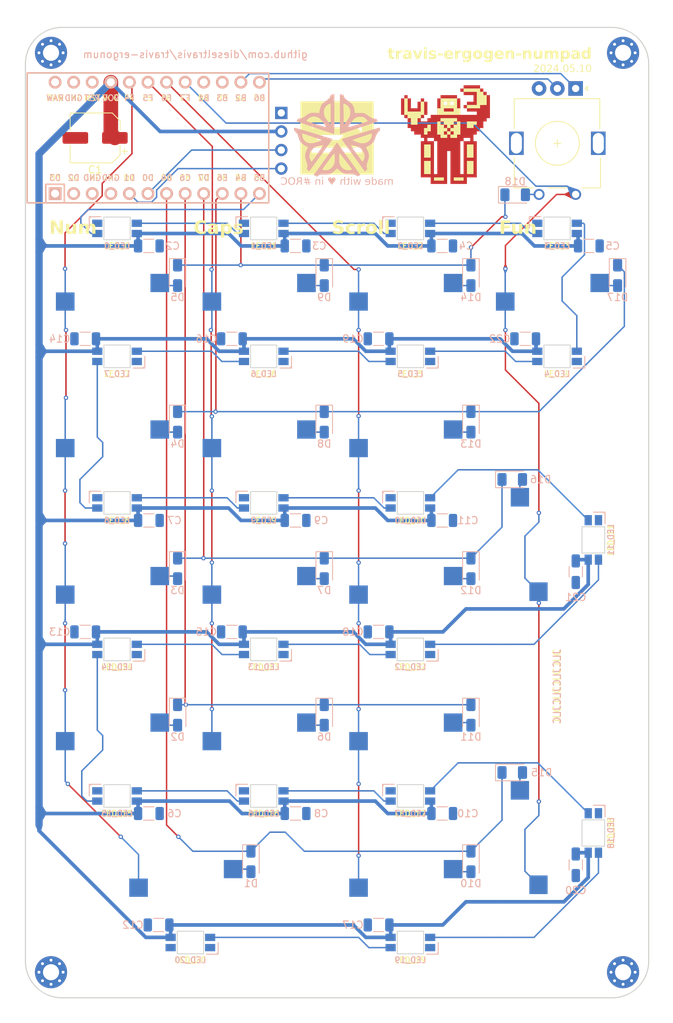
<source format=kicad_pcb>
(kicad_pcb (version 20240108) (generator "pcbnew") (generator_version "8.0")
  (title_block (title "travis_num2024") (date "2024-05-16") (rev "2024.05.10") (company "Travis Hardiman"))
  (layers (0 "F.Cu" signal) (31 "B.Cu" signal) (34 "B.Paste" user) (35 "F.Paste" user) (36 "B.SilkS" user "B.Silkscreen") (37 "F.SilkS" user "F.Silkscreen") (38 "B.Mask" user) (39 "F.Mask" user) (44 "Edge.Cuts" user))
  (net 0 "")
  (net 1 "D3")
  (net 2 "D2")
  (net 3 "GND")
  (net 4 "sda")
  (net 5 "scl")
  (net 6 "row0")
  (net 7 "row1")
  (net 8 "row2")
  (net 9 "row3")
  (net 10 "row4")
  (net 11 "LED_0")
  (net 12 "encC")
  (net 13 "encA")
  (net 14 "B3")
  (net 15 "B1")
  (net 16 "col3")
  (net 17 "col2")
  (net 18 "col1")
  (net 19 "col0")
  (net 20 "VCC")
  (net 21 "RST")
  (net 22 "RAW")
  (net 23 "LED_1")
  (net 24 "LED_2")
  (net 25 "LED_3")
  (net 26 "LED_4")
  (net 27 "matrix_col0_row0")
  (net 28 "matrix_col0_row1")
  (net 29 "matrix_col0_row2")
  (net 30 "matrix_col0_row3")
  (net 31 "matrix_col0_row4")
  (net 32 "matrix_col1_row1")
  (net 33 "matrix_col1_row2")
  (net 34 "matrix_col1_row3")
  (net 35 "matrix_col1_row4")
  (net 36 "matrix_col2_row0")
  (net 37 "matrix_col2_row1")
  (net 38 "matrix_col2_row2")
  (net 39 "matrix_col2_row3")
  (net 40 "matrix_col2_row4")
  (net 41 "matrix_col3_row0")
  (net 42 "matrix_col3_row2")
  (net 43 "matrix_col3_row4")
  (net 44 "LED_16")
  (net 45 "LED_15")
  (net 46 "LED_9")
  (net 47 "LED_8")
  (net 48 "LED_17")
  (net 49 "LED_10")
  (net 50 "LED_18")
  (net 51 "LED_11")
  (net 52 "LED_20")
  (net 53 "LED_14")
  (net 54 "LED_7")
  (net 55 "LED_13")
  (net 56 "LED_6")
  (net 57 "LED_19")
  (net 58 "LED_12")
  (net 59 "LED_5")
  (net 60 "enc_to")
  (footprint "travis:MX" (layer "F.Cu") (at 40 139.85)
    (property "Reference" "S4" (hide yes))
    (property "Value" "Kailh MX Switch Sockets" (hide yes))
  )
  (footprint "travis:MX" (layer "F.Cu") (at 100.15 119.8)
    (property "Reference" "S17" (hide yes))
    (property "Value" "Kailh MX Switch Sockets" (hide yes))
  )
  (footprint "travis:MountingHole_2.2mm_M2_Pad_Via" (layer "F.Cu") (at 30.975 209.025)
    (property "Reference" "HOLE4" (hide yes))
    (property "Value" "")
  )
  (footprint "travis:MX" (layer "F.Cu") (at 40 179.95)
    (property "Reference" "S2" (hide yes))
    (property "Value" "Kailh MX Switch Sockets" (hide yes))
  )
  (footprint "travis:MX" (layer "F.Cu") (at 80.1 119.8)
    (property "Reference" "S14" (hide yes))
    (property "Value" "Kailh MX Switch Sockets" (hide yes))
  )
  (footprint "ScottoKeebs_Stabilizer:Stabilizer_MX_2.00u" (layer "F.Cu") (at 50.025 200.62 180)
    (property "Reference" "STAB2u1" (hide yes))
    (property "Value" "Stabilizer_MX_2.00u" (hide yes))
  )
  (footprint "travis:MountingHole_2.2mm_M2_Pad_Via" (layer "F.Cu") (at 109.175 209.025)
    (property "Reference" "HOLE3" (hide yes))
    (property "Value" "")
  )
  (footprint "travis:MX" (layer "F.Cu") (at 80.1 200)
    (property "Reference" "S10" (hide yes))
    (property "Value" "Kailh MX Switch Sockets" (hide yes))
  )
  (footprint "travis:MX" (layer "F.Cu") (at 40 159.9)
    (property "Reference" "S3" (hide yes))
    (property "Value" "Kailh MX Switch Sockets" (hide yes))
  )
  (footprint "travis:MX" (layer "F.Cu") (at 80.1 139.85)
    (property "Reference" "S13" (hide yes))
    (property "Value" "Kailh MX Switch Sockets" (hide yes))
  )
  (footprint "CP_Elec_6.3x7.7" (layer "F.Cu") (at 37 94.8675 180)
    (property "Reference" "C1")
    (property "Value" "470uF 10V" (hide yes))
  )
  (footprint "travis:MX" (layer "F.Cu") (at 60.05 139.85)
    (property "Reference" "S8" (hide yes))
    (property "Value" "Kailh MX Switch Sockets" (hide yes))
  )
  (footprint "travis:travis" (layer "F.Cu") (at 85.125 94.8675)
    (property "Reference" "LOGO2" (hide yes))
    (property "Value" "")
  )
  (footprint "travis:MX" (layer "F.Cu") (at 80.1 179.95)
    (property "Reference" "S11" (hide yes))
    (property "Value" "Kailh MX Switch Sockets" (hide yes))
  )
  (footprint "travis:MX" (layer "F.Cu") (at 60.05 159.9)
    (property "Reference" "S7" (hide yes))
    (property "Value" "Kailh MX Switch Sockets" (hide yes))
  )
  (footprint "ceoloide:utility_ergogen_logo" (layer "F.Cu") (at 70.075 94.8675)
    (property "Reference" "LOGO1" (hide yes))
    (property "Value" "")
  )
  (footprint "travis:MX" (layer "F.Cu") (at 50.025 200)
    (property "Reference" "S1" (hide yes))
    (property "Value" "Kailh MX Switch Sockets" (hide yes))
  )
  (footprint "travis:MX" (layer "F.Cu") (at 40 119.8)
    (property "Reference" "S5" (hide yes))
    (property "Value" "Kailh MX Switch Sockets" (hide yes))
  )
  (footprint "travis:MX" (layer "F.Cu") (at 60.05 119.8)
    (property "Reference" "S9" (hide yes))
    (property "Value" "Kailh MX Switch Sockets" (hide yes))
  )
  (footprint "lib:OLED_headers" (layer "F.Cu") (at 64.05 101.25 180)
    (property "Reference" "OLED1" (hide yes))
    (property "Value" "OLED")
  )
  (footprint "ScottoKeebs_Stabilizer:Stabilizer_MX_2.00u" (layer "F.Cu") (at 100.77 189.975 -90)
    (property "Reference" "STAB2u2" (hide yes))
    (property "Value" "Stabilizer_MX_2.00u" (hide yes))
  )
  (footprint "ScottoKeebs_Stabilizer:Stabilizer_MX_2.00u" (layer "F.Cu") (at 100.77 149.875 -90)
    (property "Reference" "STAB2u3" (hide yes))
    (property "Value" "Stabilizer_MX_2.00u" (hide yes))
  )
  (footprint "travis:MX" (layer "F.Cu") (at 60.05 179.95)
    (property "Reference" "S6" (hide yes))
    (property "Value" "Kailh MX Switch Sockets" (hide yes))
  )
  (footprint "travis:MX" (layer "F.Cu") (at 100.15 189.975 90)
    (property "Reference" "S15" (hide yes))
    (property "Value" "Kailh MX Switch Sockets" (hide yes))
  )
  (footprint "travis:MX" (layer "F.Cu") (at 100.15 149.875 90)
    (property "Reference" "S16" (hide yes))
    (property "Value" "Kailh MX Switch Sockets" (hide yes))
  )
  (footprint "travis:MX" (layer "F.Cu") (at 80.1 159.9)
    (property "Reference" "S12" (hide yes))
    (property "Value" "Kailh MX Switch Sockets" (hide yes))
  )
  (footprint "travis:MountingHole_2.2mm_M2_Pad_Via" (layer "F.Cu") (at 109.175 83.225)
    (property "Reference" "HOLE2" (hide yes))
    (property "Value" "")
  )
  (footprint "Arduino_Pro_Micro" (layer "F.Cu") (at 45.5 94.8675 90)
    (property "Reference" "MCU1" (hide yes))
    (property "Value" "Arduino Pro Micro" (hide yes))
  )
  (footprint "travis:ec11" (layer "F.Cu") (at 100.15 95.725 -90)
    (property "Reference" "ROT1" (hide yes))
    (property "Value" "EC11" (hide yes))
  )
  (footprint "travis:MountingHole_2.2mm_M2_Pad_Via" (layer "F.Cu") (at 30.975 83.225)
    (property "Reference" "HOLE1" (hide yes))
    (property "Value" "")
  )
  (footprint "D_1206_3216Metric" (layer "B.Cu") (at 48.275 113.675 -90)
    (property "Reference" "D5")
    (property "Value" "D_1206_3216Metric" (hide yes))
  )
  (footprint "travis:led_SK6812mini-e (per-key, single-side)" (layer "B.Cu") (at 60.05 184.91)
    (property "Reference" "LED7" (hide yes))
    (property "Value" "SK6812mini-e" (hide yes))
    (fp_line (start -1.8 -1.55) (end -1.8 1.55) (stroke (width 0.12)) (layer "Edge.Cuts"))
    (fp_line (start -1.8 1.55) (end 1.8 1.55) (stroke (width 0.12)) (layer "Edge.Cuts"))
    (fp_line (start 1.8 -1.55) (end -1.8 -1.55) (stroke (width 0.12)) (layer "Edge.Cuts"))
    (fp_line (start 1.8 1.55) (end 1.8 -1.55) (stroke (width 0.12)) (layer "Edge.Cuts"))
  )
  (footprint "C_1206_3216Metric" (layer "B.Cu") (at 55.7 162.46 180)
    (property "Reference" "C15")
    (property "Value" "C_1206_3216Metric" (hide yes))
  )
  (footprint "travis:led_SK6812mini-e (per-key, single-side)" (layer "B.Cu") (at 40 124.76 180)
    (property "Reference" "LED13" (hide yes))
    (property "Value" "SK6812mini-e" (hide yes))
    (fp_line (start 1.8 1.55) (end 1.8 -1.55) (stroke (width 0.12)) (layer "Edge.Cuts"))
    (fp_line (start 1.8 -1.55) (end -1.8 -1.55) (stroke (width 0.12)) (layer "Edge.Cuts"))
    (fp_line (start -1.8 1.55) (end 1.8 1.55) (stroke (width 0.12)) (layer "Edge.Cuts"))
    (fp_line (start -1.8 -1.55) (end -1.8 1.55) (stroke (width 0.12)) (layer "Edge.Cuts"))
  )
  (footprint "C_1206_3216Metric" (layer "B.Cu") (at 84.45 109.65)
    (property "Reference" "C4")
    (property "Value" "C_1206_3216Metric" (hide yes))
  )
  (footprint "C_1206_3216Metric" (layer "B.Cu") (at 35.65 122.36 180)
    (property "Reference" "C14")
    (property "Value" "C_1206_3216Metric" (hide yes))
  )
  (footprint "D_1206_3216Metric" (layer "B.Cu") (at 68.325 153.775 -90)
    (property "Reference" "D7")
    (property "Value" "D_1206_3216Metric" (hide yes))
  )
  (footprint "D_1206_3216Metric" (layer "B.Cu") (at 94.025 181.7)
    (property "Reference" "D15")
    (property "Value" "D_1206_3216Metric" (hide yes))
  )
  (footprint "D_1206_3216Metric" (layer "B.Cu") (at 68.325 113.675 -90)
    (property "Reference" "D9")
    (property "Value" "D_1206_3216Metric" (hide yes))
  )
  (footprint "C_1206_3216Metric" (layer "B.Cu") (at 64.4 187.31)
    (property "Reference" "C8")
    (property "Value" "C_1206_3216Metric" (hide yes))
  )
  (footprint "D_1206_3216Metric" (layer "B.Cu") (at 68.325 173.825 -90)
    (property "Reference" "D6")
    (property "Value" "D_1206_3216Metric" (hide yes))
  )
  (footprint "D_1206_3216Metric" (layer "B.Cu") (at 48.275 133.725 -90)
    (property "Reference" "D4")
    (property "Value" "D_1206_3216Metric" (hide yes))
  )
  (footprint "C_1206_3216Metric" (layer "B.Cu") (at 44.35 147.21)
    (property "Reference" "C7")
    (property "Value" "C_1206_3216Metric" (hide yes))
  )
  (footprint "D_1206_3216Metric" (layer "B.Cu") (at 48.275 153.775 -90)
    (property "Reference" "D3")
    (property "Value" "D_1206_3216Metric" (hide yes))
  )
  (footprint "travis:travis" (layer "B.Cu") (at 70.075 94.8675)
    (property "Reference" "ROC1" (hide yes))
    (property "Value" "")
  )
  (footprint "C_1206_3216Metric" (layer "B.Cu") (at 75.75 122.36 180)
    (property "Reference" "C19")
    (property "Value" "C_1206_3216Metric" (hide yes))
  )
  (footprint "C_1206_3216Metric" (layer "B.Cu") (at 84.45 147.21)
    (property "Reference" "C11")
    (property "Value" "C_1206_3216Metric" (hide yes))
  )
  (footprint "travis:led_SK6812mini-e (per-key, single-side)" (layer "B.Cu") (at 105.11 149.875 -90)
    (property "Reference" "LED20" (hide yes))
    (property "Value" "SK6812mini-e" (hide yes))
    (fp_line (start -1.8 1.55) (end 1.8 1.55) (stroke (width 0.12)) (layer "Edge.Cuts"))
    (fp_line (start 1.8 1.55) (end 1.8 -1.55) (stroke (width 0.12)) (layer "Edge.Cuts"))
    (fp_line (start -1.8 -1.55) (end -1.8 1.55) (stroke (width 0.12)) (layer "Edge.Cuts"))
    (fp_line (start 1.8 -1.55) (end -1.8 -1.55) (stroke (width 0.12)) (layer "Edge.Cuts"))
  )
  (footprint "travis:led_SK6812mini-e (per-key, single-side)" (layer "B.Cu") (at 40 164.86 180)
    (property "Reference" "LED12" (hide yes))
    (property "Value" "SK6812mini-e" (hide yes))
    (fp_line (start 1.8 1.55) (end 1.8 -1.55) (stroke (width 0.12)) (layer "Edge.Cuts"))
    (fp_line (start 1.8 -1.55) (end -1.8 -1.55) (stroke (width 0.12)) (layer "Edge.Cuts"))
    (fp_line (start -1.8 1.55) (end 1.8 1.55) (stroke (width 0.12)) (layer "Edge.Cuts"))
    (fp_line (start -1.8 -1.55) (end -1.8 1.55) (stroke (width 0.12)) (layer "Edge.Cuts"))
  )
  (footprint "travis:led_SK6812mini-e (per-key, single-side)" (layer "B.Cu") (at 40 107.25)
    (property "Reference" "LED1" (hide yes))
    (property "Value" "SK6812mini-e" (hide yes))
    (fp_line (start -1.8 -1.55) (end -1.8 1.55) (stroke (width 0.12)) (layer "Edge.Cuts"))
    (fp_line (start -1.8 1.55) (end 1.8 1.55) (stroke (width 0.12)) (layer "Edge.Cuts"))
    (fp_line (start 1.8 -1.55) (end -1.8 -1.55) (stroke (width 0.12)) (layer "Edge.Cuts"))
    (fp_line (start 1.8 1.55) (end 1.8 -1.55) (stroke (width 0.12)) (layer "Edge.Cuts"))
  )
  (footprint "D_1206_3216Metric" (layer "B.Cu") (at 88.375 153.775 -90)
    (property "Reference" "D12")
    (property "Value" "D_1206_3216Metric" (hide yes))
  )
  (footprint "travis:led_SK6812mini-e (per-key, single-side)" (layer "B.Cu") (at 100.15 107.25)
    (property "Reference" "LED4" (hide yes))
    (property "Value" "SK6812mini-e" (hide yes))
    (fp_line (start -1.8 -1.55) (end -1.8 1.55) (stroke (width 0.12)) (layer "Edge.Cuts"))
    (fp_line (start -1.8 1.55) (end 1.8 1.55) (stroke (width 0.12)) (layer "Edge.Cuts"))
    (fp_line (start 1.8 -1.55) (end -1.8 -1.55) (stroke (width 0.12)) (layer "Edge.Cuts"))
    (fp_line (start 1.8 1.55) (end 1.8 -1.55) (stroke (width 0.12)) (layer "Edge.Cuts"))
  )
  (footprint "travis:led_SK6812mini-e (per-key, single-side)" (layer "B.Cu") (at 60.05 124.76 180)
    (property "Reference" "LED15" (hide yes))
    (property "Value" "SK6812mini-e" (hide yes))
    (fp_line (start 1.8 1.55) (end 1.8 -1.55) (stroke (width 0.12)) (layer "Edge.Cuts"))
    (fp_line (start 1.8 -1.55) (end -1.8 -1.55) (stroke (width 0.12)) (layer "Edge.Cuts"))
    (fp_line (start -1.8 1.55) (end 1.8 1.55) (stroke (width 0.12)) (layer "Edge.Cuts"))
    (fp_line (start -1.8 -1.55) (end -1.8 1.55) (stroke (width 0.12)) (layer "Edge.Cuts"))
  )
  (footprint "C_1206_3216Metric" (layer "B.Cu") (at 102.71 194.325 -90)
    (property "Reference" "C20")
    (property "Value" "C_1206_3216Metric" (hide yes))
  )
  (footprint "C_1206_3216Metric" (layer "B.Cu") (at 55.7 122.36 180)
    (property "Reference" "C16")
    (property "Value" "C_1206_3216Metric" (hide yes))
  )
  (footprint "C_1206_3216Metric" (layer "B.Cu") (at 64.4 109.65)
    (property "Reference" "C3")
    (property "Value" "C_1206_3216Metric" (hide yes))
  )
  (footprint "travis:led_SK6812mini-e (per-key, single-side)" (layer "B.Cu") (at 80.1 124.76 180)
    (property "Reference" "LED18" (hide yes))
    (property "Value" "SK6812mini-e" (hide yes))
    (fp_line (start 1.8 1.55) (end 1.8 -1.55) (stroke (width 0.12)) (layer "Edge.Cuts"))
    (fp_line (start 1.8 -1.55) (end -1.8 -1.55) (stroke (width 0.12)) (layer "Edge.Cuts"))
    (fp_line (start -1.8 1.55) (end 1.8 1.55) (stroke (width 0.12)) (layer "Edge.Cuts"))
    (fp_line (start -1.8 -1.55) (end -1.8 1.55) (stroke (width 0.12)) (layer "Edge.Cuts"))
  )
  (footprint "D_1206_3216Metric" (layer "B.Cu") (at 58.3 193.875 -90)
    (property "Reference" "D1")
    (property "Value" "D_1206_3216Metric" (hide yes))
  )
  (footprint "C_1206_3216Metric" (layer "B.Cu") (at 102.71 154.225 -90)
    (property "Reference" "C21")
    (property "Value" "C_1206_3216Metric" (hide yes))
  )
  (footprint "travis:led_SK6812mini-e (per-key, single-side)" (layer "B.Cu") (at 60.05 144.81)
    (property "Reference" "LED8" (hide yes))
    (property "Value" "SK6812mini-e" (hide yes))
    (fp_line (start -1.8 -1.55) (end -1.8 1.55) (stroke (width 0.12)) (layer "Edge.Cuts"))
    (fp_line (start -1.8 1.55) (end 1.8 1.55) (stroke (width 0.12)) (layer "Edge.Cuts"))
    (fp_line (start 1.8 -1.55) (end -1.8 -1.55) (stroke (width 0.12)) (layer "Edge.Cuts"))
    (fp_line (start 1.8 1.55) (end 1.8 -1.55) (stroke (width 0.12)) (layer "Edge.Cuts"))
  )
  (footprint "C_1206_3216Metric" (layer "B.Cu") (at 35.65 162.46 180)
    (property "Reference" "C13")
    (property "Value" "C_1206_3216Metric" (hide yes))
  )
  (footprint "travis:led_SK6812mini-e (per-key, single-side)" (layer "B.Cu") (at 50.025 204.96 180)
    (property "Reference" "LED11" (hide yes))
    (property "Value" "SK6812mini-e" (hide yes))
    (fp_line (start 1.8 1.55) (end 1.8 -1.55) (stroke (width 0.12)) (layer "Edge.Cuts"))
    (fp_line (start 1.8 -1.55) (end -1.8 -1.55) (stroke (width 0.12)) (layer "Edge.Cuts"))
    (fp_line (start -1.8 1.55) (end 1.8 1.55) (stroke (width 0.12)) (layer "Edge.Cuts"))
    (fp_line (start -1.8 -1.55) (end -1.8 1.55) (stroke (width 0.12)) (layer "Edge.Cuts"))
  )
  (footprint "C_1206_3216Metric" (layer "B.Cu") (at 95.8 122.36 180)
    (property "Reference" "C22")
    (property "Value" "C_1206_3216Metric" (hide yes))
  )
  (footprint "travis:led_SK6812mini-e (per-key, single-side)" (layer "B.Cu") (at 40 184.91)
    (property "Reference" "LED5" (hide yes))
    (property "Value" "SK6812mini-e" (hide yes))
    (fp_line (start -1.8 -1.55) (end -1.8 1.55) (stroke (width 0.12)) (layer "Edge.Cuts"))
    (fp_line (start -1.8 1.55) (end 1.8 1.55) (stroke (width 0.12)) (layer "Edge.Cuts"))
    (fp_line (start 1.8 -1.55) (end -1.8 -1.55) (stroke (width 0.12)) (layer "Edge.Cuts"))
    (fp_line (start 1.8 1.55) (end 1.8 -1.55) (stroke (width 0.12)) (layer "Edge.Cuts"))
  )
  (footprint "travis:led_SK6812mini-e (per-key, single-side)" (layer "B.Cu") (at 105.11 189.975 -90)
    (property "Reference" "LED19" (hide yes))
    (property "Value" "SK6812mini-e" (hide yes))
    (fp_line (start -1.8 1.55) (end 1.8 1.55) (stroke (width 0.12)) (layer "Edge.Cuts"))
    (fp_line (start 1.8 1.55) (end 1.8 -1.55) (stroke (width 0.12)) (layer "Edge.Cuts"))
    (fp_line (start -1.8 -1.55) (end -1.8 1.55) (stroke (width 0.12)) (layer "Edge.Cuts"))
    (fp_line (start 1.8 -1.55) (end -1.8 -1.55) (stroke (width 0.12)) (layer "Edge.Cuts"))
  )
  (footprint "C_1206_3216Metric" (layer "B.Cu") (at 104.5 109.65)
    (property "Reference" "C5")
    (property "Value" "C_1206_3216Metric" (hide yes))
  )
  (footprint "D_1206_3216Metric" (layer "B.Cu") (at 68.325 133.725 -90)
    (property "Reference" "D8")
    (property "Value" "D_1206_3216Metric" (hide yes))
  )
  (footprint "travis:led_SK6812mini-e (per-key, single-side)" (layer "B.Cu") (at 60.05 107.25)
    (property "Reference" "LED2" (hide yes))
    (property "Value" "SK6812mini-e" (hide yes))
    (fp_line (start -1.8 -1.55) (end -1.8 1.55) (stroke (width 0.12)) (layer "Edge.Cuts"))
    (fp_line (start -1.8 1.55) (end 1.8 1.55) (stroke (width 0.12)) (layer "Edge.Cuts"))
    (fp_line (start 1.8 -1.55) (end -1.8 -1.55) (stroke (width 0.12)) (layer "Edge.Cuts"))
    (fp_line (start 1.8 1.55) (end 1.8 -1.55) (stroke (width 0.12)) (layer "Edge.Cuts"))
  )
  (footprint "travis:led_SK6812mini-e (per-key, single-side)" (layer "B.Cu") (at 80.1 184.91)
    (property "Reference" "LED9" (hide yes))
    (property "Value" "SK6812mini-e" (hide yes))
    (fp_line (start -1.8 -1.55) (end -1.8 1.55) (stroke (width 0.12)) (layer "Edge.Cuts"))
    (fp_line (start -1.8 1.55) (end 1.8 1.55) (stroke (width 0.12)) (layer "Edge.Cuts"))
    (fp_line (start 1.8 -1.55) (end -1.8 -1.55) (stroke (width 0.12)) (layer "Edge.Cuts"))
    (fp_line (start 1.8 1.55) (end 1.8 -1.55) (stroke (width 0.12)) (layer "Edge.Cuts"))
  )
  (footprint "travis:led_SK6812mini-e (per-key, single-side)" (layer "B.Cu") (at 80.1 204.96 180)
    (property "Reference" "LED16" (hide yes))
    (property "Value" "SK6812mini-e" (hide yes))
    (fp_line (start 1.8 1.55) (end 1.8 -1.55) (stroke (width 0.12)) (layer "Edge.Cuts"))
    (fp_line (start 1.8 -1.55) (end -1.8 -1.55) (stroke (width 0.12)) (layer "Edge.Cuts"))
    (fp_line (start -1.8 1.55) (end 1.8 1.55) (stroke (width 0.12)) (layer "Edge.Cuts"))
    (fp_line (start -1.8 -1.55) (end -1.8 1.55) (stroke (width 0.12)) (layer "Edge.Cuts"))
  )
  (footprint "travis:led_SK6812mini-e (per-key, single-side)" (layer "B.Cu") (at 60.05 164.86 180)
    (property "Reference" "LED14" (hide yes))
    (property "Value" "SK6812mini-e" (hide yes))
    (fp_line (start 1.8 1.55) (end 1.8 -1.55) (stroke (width 0.12)) (layer "Edge.Cuts"))
    (fp_line (start 1.8 -1.55) (end -1.8 -1.55) (stroke (width 0.12)) (layer "Edge.Cuts"))
    (fp_line (start -1.8 1.55) (end 1.8 1.55) (stroke (width 0.12)) (layer "Edge.Cuts"))
    (fp_line (start -1.8 -1.55) (end -1.8 1.55) (stroke (width 0.12)) (layer "Edge.Cuts"))
  )
  (footprint "C_1206_3216Metric" (layer "B.Cu") (at 45.675 202.56 180)
    (property "Reference" "C12")
    (property "Value" "C_1206_3216Metric" (hide yes))
  )
  (footprint "C_1206_3216Metric" (layer "B.Cu") (at 84.45 187.31)
    (property "Reference" "C10")
    (property "Value" "C_1206_3216Metric" (hide yes))
  )
  (footprint "D_1206_3216Metric" (layer "B.Cu") (at 108.425 113.675 -90)
    (property "Reference" "D17")
    (property "Value" "D_1206_3216Metric" (hide yes))
  )
  (footprint "D_1206_3216Metric" (layer "B.Cu") (at 88.375 133.725 -90)
    (property "Reference" "D13")
    (property "Value" "D_1206_3216Metric" (hide yes))
  )
  (footprint "D_1206_3216Metric" (layer "B.Cu") (at 48.275 173.825 -90)
    (property "Reference" "D2")
    (property "Value" "D_1206_3216Metric" (hide yes))
  )
  (footprint "D_1206_3216Metric" (layer "B.Cu") (at 94.425 102.65)
    (property "Reference" "D18")
    (property "Value" "D_1206_3216Metric" (hide yes))
  )
  (footprint "travis:led_SK6812mini-e (per-key, single-side)" (layer "B.Cu") (at 100.15 124.76 180)
    (property "Reference" "LED21" (hide yes))
    (property "Value" "SK6812mini-e" (hide yes))
    (fp_line (start 1.8 1.55) (end 1.8 -1.55) (stroke (width 0.12)) (layer "Edge.Cuts"))
    (fp_line (start 1.8 -1.55) (end -1.8 -1.55) (stroke (width 0.12)) (layer "Edge.Cuts"))
    (fp_line (start -1.8 1.55) (end 1.8 1.55) (stroke (width 0.12)) (layer "Edge.Cuts"))
    (fp_line (start -1.8 -1.55) (end -1.8 1.55) (stroke (width 0.12)) (layer "Edge.Cuts"))
  )
  (footprint "travis:led_SK6812mini-e (per-key, single-side)" (layer "B.Cu") (at 80.1 144.81)
    (property "Reference" "LED10" (hide yes))
    (property "Value" "SK6812mini-e" (hide yes))
    (fp_line (start -1.8 -1.55) (end -1.8 1.55) (stroke (width 0.12)) (layer "Edge.Cuts"))
    (fp_line (start -1.8 1.55) (end 1.8 1.55) (stroke (width 0.12)) (layer "Edge.Cuts"))
    (fp_line (start 1.8 -1.55) (end -1.8 -1.55) (stroke (width 0.12)) (layer "Edge.Cuts"))
    (fp_line (start 1.8 1.55) (end 1.8 -1.55) (stroke (width 0.12)) (layer "Edge.Cuts"))
  )
  (footprint "C_1206_3216Metric" (layer "B.Cu") (at 64.4 147.21)
    (property "Reference" "C9")
    (property "Value" "C_1206_3216Metric" (hide yes))
  )
  (footprint "D_1206_3216Metric" (layer "B.Cu") (at 94.025 141.6)
    (property "Reference" "D16")
    (property "Value" "D_1206_3216Metric" (hide yes))
  )
  (footprint "travis:led_SK6812mini-e (per-key, single-side)" (layer "B.Cu") (at 80.1 107.25)
    (property "Reference" "LED3" (hide yes))
    (property "Value" "SK6812mini-e" (hide yes))
    (fp_line (start -1.8 -1.55) (end -1.8 1.55) (stroke (width 0.12)) (layer "Edge.Cuts"))
    (fp_line (start -1.8 1.55) (end 1.8 1.55) (stroke (width 0.12)) (layer "Edge.Cuts"))
    (fp_line (start 1.8 -1.55) (end -1.8 -1.55) (stroke (width 0.12)) (layer "Edge.Cuts"))
    (fp_line (start 1.8 1.55) (end 1.8 -1.55) (stroke (width 0.12)) (layer "Edge.Cuts"))
  )
  (footprint "C_1206_3216Metric" (layer "B.Cu") (at 44.35 187.31)
    (property "Reference" "C6")
    (property "Value" "C_1206_3216Metric" (hide yes))
  )
  (footprint "C_1206_3216Metric" (layer "B.Cu") (at 44.35 109.65)
    (property "Reference" "C2")
    (property "Value" "C_1206_3216Metric" (hide yes))
  )
  (footprint "C_1206_3216Metric" (layer "B.Cu") (at 75.75 202.56 180)
    (property "Reference" "C17")
    (property "Value" "C_1206_3216Metric" (hide yes))
  )
  (footprint "travis:led_SK6812mini-e (per-key, single-side)" (layer "B.Cu") (at 80.1 164.86 180)
    (property "Reference" "LED17" (hide yes))
    (property "Value" "SK6812mini-e" (hide yes))
    (fp_line (start 1.8 1.55) (end 1.8 -1.55) (stroke (width 0.12)) (layer "Edge.Cuts"))
    (fp_line (start 1.8 -1.55) (end -1.8 -1.55) (stroke (width 0.12)) (layer "Edge.Cuts"))
    (fp_line (start -1.8 1.55) (end 1.8 1.55) (stroke (width 0.12)) (layer "Edge.Cuts"))
    (fp_line (start -1.8 -1.55) (end -1.8 1.55) (stroke (width 0.12)) (layer "Edge.Cuts"))
  )
  (footprint "travis:led_SK6812mini-e (per-key, single-side)" (layer "B.Cu") (at 40 144.81)
    (property "Reference" "LED6" (hide yes))
    (property "Value" "SK6812mini-e" (hide yes))
    (fp_line (start -1.8 -1.55) (end -1.8 1.55) (stroke (width 0.12)) (layer "Edge.Cuts"))
    (fp_line (start -1.8 1.55) (end 1.8 1.55) (stroke (width 0.12)) (layer "Edge.Cuts"))
    (fp_line (start 1.8 -1.55) (end -1.8 -1.55) (stroke (width 0.12)) (layer "Edge.Cuts"))
    (fp_line (start 1.8 1.55) (end 1.8 -1.55) (stroke (width 0.12)) (layer "Edge.Cuts"))
  )
  (footprint "D_1206_3216Metric" (layer "B.Cu") (at 88.375 173.825 -90)
    (property "Reference" "D11")
    (property "Value" "D_1206_3216Metric" (hide yes))
  )
  (footprint "D_1206_3216Metric" (layer "B.Cu") (at 88.375 193.875 -90)
    (property "Reference" "D10")
    (property "Value" "D_1206_3216Metric" (hide yes))
  )
  (footprint "C_1206_3216Metric" (layer "B.Cu") (at 75.75 162.46 180)
    (property "Reference" "C18")
    (property "Value" "C_1206_3216Metric" (hide yes))
  )
  (footprint "D_1206_3216Metric" (layer "B.Cu") (at 88.375 113.675 -90)
    (property "Reference" "D14")
    (property "Value" "D_1206_3216Metric" (hide yes))
  )
  (gr_line (start 107.675 212.525) (end 32.475 212.525) (stroke (width 0.15)) (layer "Edge.Cuts"))
  (gr_line (start 27.475 207.525) (end 27.475 84.75) (stroke (width 0.15)) (layer "Edge.Cuts"))
  (gr_arc (start 32.475 212.525) (mid 28.939466 211.060534) (end 27.475 207.525) (stroke (width 0.15)) (layer "Edge.Cuts"))
  (gr_line (start 32.475 79.75) (end 107.675 79.75) (stroke (width 0.15)) (layer "Edge.Cuts"))
  (gr_arc (start 27.475 84.75) (mid 28.939466 81.214466) (end 32.475 79.75) (stroke (width 0.15)) (layer "Edge.Cuts"))
  (gr_arc (start 112.675 207.525) (mid 111.210534 211.060534) (end 107.675 212.525) (stroke (width 0.15)) (layer "Edge.Cuts"))
  (gr_line (start 112.675 84.75) (end 112.675 207.525) (stroke (width 0.15)) (layer "Edge.Cuts"))
  (gr_arc (start 107.675 79.75) (mid 111.210534 81.214466) (end 112.675 84.75) (stroke (width 0.15)) (layer "Edge.Cuts"))
  (gr_text "LED_20" (at 50.025 207.36 0) (layer "B.SilkS") (effects (font (size 0.8 0.8)) (justify mirror)))
  (gr_text "JLCJLCJLCJLC" (at 100.15 169.925 90) (layer "B.SilkS") (effects (font (size 1 1)) (justify mirror)))
  (gr_text "github.com/dieseltravis/travis-ergonum" (at 35.2375 83.4375 0) (layer "B.SilkS") (effects (font (size 1 1)) (justify right mirror)))
  (gr_text "LED_8" (at 40 147.21 0) (layer "B.SilkS") (effects (font (size 0.8 0.8)) (justify mirror)))
  (gr_text "LED_10" (at 80.1 147.21 0) (layer "B.SilkS") (effects (font (size 0.8 0.8)) (justify mirror)))
  (gr_text "LED_9" (at 60.05 147.21 0) (layer "B.SilkS") (effects (font (size 0.8 0.8)) (justify mirror)))
  (gr_text "LED_6" (at 60.05 127.16 0) (layer "B.SilkS") (effects (font (size 0.8 0.8)) (justify mirror)))
  (gr_text "LED_2" (at 80.1 109.65 0) (layer "B.SilkS") (effects (font (size 0.8 0.8)) (justify mirror)))
  (gr_text "LED_13" (at 60.05 167.26 0) (layer "B.SilkS") (effects (font (size 0.8 0.8)) (justify mirror)))
  (gr_text "LED_5" (at 80.1 127.16 0) (layer "B.SilkS") (effects (font (size 0.8 0.8)) (justify mirror)))
  (gr_text "LED_4" (at 100.15 127.16 0) (layer "B.SilkS") (effects (font (size 0.8 0.8)) (justify mirror)))
  (gr_text "LED_19" (at 80.1 207.36 0) (layer "B.SilkS") (effects (font (size 0.8 0.8)) (justify mirror)))
  (gr_text "LED_15" (at 40 187.31 0) (layer "B.SilkS") (effects (font (size 0.8 0.8)) (justify mirror)))
  (gr_text "LED_1" (at 60.05 109.65 0) (layer "B.SilkS") (effects (font (size 0.8 0.8)) (justify mirror)))
  (gr_text "LED_0" (at 40 109.65 0) (layer "B.SilkS") (effects (font (size 0.8 0.8)) (justify mirror)))
  (gr_text "LED_11" (at 107.51 149.875 90) (layer "B.SilkS") (effects (font (size 0.8 0.8)) (justify mirror)))
  (gr_text "made with ♥ in #ROC" (at 70.075 100.8675 0) (layer "B.SilkS") (effects (font (size 1 1)) (justify mirror)))
  (gr_text "LED_12" (at 80.1 167.26 0) (layer "B.SilkS") (effects (font (size 0.8 0.8)) (justify mirror)))
  (gr_text "LED_7" (at 40 127.16 0) (layer "B.SilkS") (effects (font (size 0.8 0.8)) (justify mirror)))
  (gr_text "LED_17" (at 80.1 187.31 0) (layer "B.SilkS") (effects (font (size 0.8 0.8)) (justify mirror)))
  (gr_text "LED_3" (at 100.15 109.65 0) (layer "B.SilkS") (effects (font (size 0.8 0.8)) (justify mirror)))
  (gr_text "LED_16" (at 60.05 187.31 0) (layer "B.SilkS") (effects (font (size 0.8 0.8)) (justify mirror)))
  (gr_text "LED_18" (at 107.51 189.975 90) (layer "B.SilkS") (effects (font (size 0.8 0.8)) (justify mirror)))
  (gr_text "LED_14" (at 40 167.26 0) (layer "B.SilkS") (effects (font (size 0.8 0.8)) (justify mirror)))
  (gr_text "Caps" (at 57.3 107.25 0) (layer "F.SilkS") (effects (font (size 1.8 1.8) (thickness 0.15) (bold yes)) (justify right)))
  (gr_text "Scroll" (at 77.35 107.25 0) (layer "F.SilkS") (effects (font (size 1.8 1.8) (thickness 0.15) (bold yes)) (justify right)))
  (gr_text "LED_7" (at 40 127.16 0) (layer "F.SilkS") (effects (font (size 0.8 0.8))))
  (gr_text "LED_19" (at 80.1 207.36 0) (layer "F.SilkS") (effects (font (size 0.8 0.8))))
  (gr_text "LED_2" (at 80.1 109.65 0) (layer "F.SilkS") (effects (font (size 0.8 0.8))))
  (gr_text "LED_5" (at 80.1 127.16 0) (layer "F.SilkS") (effects (font (size 0.8 0.8))))
  (gr_text "LED_13" (at 60.05 167.26 0) (layer "F.SilkS") (effects (font (size 0.8 0.8))))
  (gr_text "LED_6" (at 60.05 127.16 0) (layer "F.SilkS") (effects (font (size 0.8 0.8))))
  (gr_text "LED_10" (at 80.1 147.21 0) (layer "F.SilkS") (effects (font (size 0.8 0.8))))
  (gr_text "LED_20" (at 50.025 207.36 0) (layer "F.SilkS") (effects (font (size 0.8 0.8))))
  (gr_text "LED_17" (at 80.1 187.31 0) (layer "F.SilkS") (effects (font (size 0.8 0.8))))
  (gr_text "LED_9" (at 60.05 147.21 0) (layer "F.SilkS") (effects (font (size 0.8 0.8))))
  (gr_text "LED_1" (at 60.05 109.65 0) (layer "F.SilkS") (effects (font (size 0.8 0.8))))
  (gr_text "LED_8" (at 40 147.21 0) (layer "F.SilkS") (effects (font (size 0.8 0.8))))
  (gr_text "2024.05.10" (at 104.9125 85.4375 0) (layer "F.SilkS") (effects (font (size 1 1)) (justify right)))
  (gr_text "LED_0" (at 40 109.65 0) (layer "F.SilkS") (effects (font (size 0.8 0.8))))
  (gr_text "travis-ergogen-numpad" (at 104.9125 83.4375 0) (layer "F.SilkS") (effects (font (size 1.5 1.5) (thickness 0.15) (bold yes)) (justify right)))
  (gr_text "LED_16" (at 60.05 187.31 0) (layer "F.SilkS") (effects (font (size 0.8 0.8))))
  (gr_text "LED_12" (at 80.1 167.26 0) (layer "F.SilkS") (effects (font (size 0.8 0.8))))
  (gr_text "LED_4" (at 100.15 127.16 0) (layer "F.SilkS") (effects (font (size 0.8 0.8))))
  (gr_text "LED_15" (at 40 187.31 0) (layer "F.SilkS") (effects (font (size 0.8 0.8))))
  (gr_text "LED_14" (at 40 167.26 0) (layer "F.SilkS") (effects (font (size 0.8 0.8))))
  (gr_text "LED_11" (at 107.51 149.875 90) (layer "F.SilkS") (effects (font (size 0.8 0.8))))
  (gr_text "LED_3" (at 100.15 109.65 0) (layer "F.SilkS") (effects (font (size 0.8 0.8))))
  (gr_text "LED_18" (at 107.51 189.975 90) (layer "F.SilkS") (effects (font (size 0.8 0.8))))
  (gr_text "Num" (at 37.25 107.25 0) (layer "F.SilkS") (effects (font (size 1.8 1.8) (thickness 0.15) (bold yes)) (justify right)))
  (gr_text "Fun" (at 97.4 107.25 0) (layer "F.SilkS") (effects (font (size 1.8 1.8) (thickness 0.15) (bold yes)) (justify right)))
  (gr_text "JLCJLCJLCJLC" (at 100.15 169.925 90) (layer "F.SilkS") (effects (font (size 1 1))))
  (segment (start 44.71724 103.6638) (end 42.8663 103.6638) (width 0.2) (layer "B.Cu") (net 4))
  (segment (start 48.33656 99.07) (end 45.4063 102.00026) (width 0.2) (layer "B.Cu") (net 4))
  (segment (start 45.4063 102.97474) (end 44.71724 103.6638) (width 0.2) (layer "B.Cu") (net 4))
  (segment (start 62.45 99.07) (end 48.33656 99.07) (width 0.2) (layer "B.Cu") (net 4))
  (segment (start 42.8663 103.6638) (end 41.69 102.4875) (width 0.2) (layer "B.Cu") (net 4))
  (segment (start 45.4063 102.00026) (end 45.4063 102.97474) (width 0.2) (layer "B.Cu") (net 4))
  (segment (start 62.45 96.53) (end 50.1875 96.53) (width 0.2) (layer "B.Cu") (net 5))
  (segment (start 50.1875 96.53) (end 44.23 102.4875) (width 0.2) (layer "B.Cu") (net 5))
  (segment (start 46.77 102.4875) (end 46.77 188.883) (width 0.2) (layer "F.Cu") (net 6))
  (segment (start 46.77 188.883) (end 48.387 190.5) (width 0.2) (layer "F.Cu") (net 6))
  (via (at 48.387 190.5) (size 0.6) (drill 0.3) (layers "F.Cu" "B.Cu") (net 6))
  (segment (start 50.362 192.475) (end 58.3 192.475) (width 0.2) (layer "B.Cu") (net 6))
  (segment (start 60.91 189.865) (end 62.992 189.865) (width 0.2) (layer "B.Cu") (net 6))
  (segment (start 58.3 192.475) (end 60.91 189.865) (width 0.2) (layer "B.Cu") (net 6))
  (segment (start 92.625 188.225) (end 88.375 192.475) (width 0.2) (layer "B.Cu") (net 6))
  (segment (start 65.602 192.475) (end 88.375 192.475) (width 0.2) (layer "B.Cu") (net 6))
  (segment (start 62.992 189.865) (end 65.602 192.475) (width 0.2) (layer "B.Cu") (net 6))
  (segment (start 48.387 190.5) (end 50.362 192.475) (width 0.2) (layer "B.Cu") (net 6))
  (segment (start 92.625 181.7) (end 92.625 188.225) (width 0.2) (layer "B.Cu") (net 6))
  (segment (start 49.31 102.4875) (end 49.31 172.332) (width 0.2) (layer "F.Cu") (net 7))
  (segment (start 49.31 172.332) (end 49.403 172.425) (width 0.2) (layer "F.Cu") (net 7))
  (via (at 49.403 172.425) (size 0.6) (drill 0.3) (layers "F.Cu" "B.Cu") (net 7))
  (segment (start 48.275 172.425) (end 49.403 172.425) (width 0.2) (layer "B.Cu") (net 7))
  (segment (start 88.375 172.425) (end 68.325 172.425) (width 0.2) (layer "B.Cu") (net 7))
  (segment (start 49.403 172.425) (end 68.325 172.425) (width 0.2) (layer "B.Cu") (net 7))
  (segment (start 51.85 152.341) (end 51.816 152.375) (width 0.2) (layer "F.Cu") (net 8))
  (segment (start 51.85 102.4875) (end 51.85 152.341) (width 0.2) (layer "F.Cu") (net 8))
  (via (at 51.816 152.375) (size 0.6) (drill 0.3) (layers "F.Cu" "B.Cu") (net 8))
  (segment (start 92.625 148.125) (end 88.375 152.375) (width 0.2) (layer "B.Cu") (net 8))
  (segment (start 88.375 152.375) (end 68.325 152.375) (width 0.2) (layer "B.Cu") (net 8))
  (segment (start 92.625 141.6) (end 92.625 148.125) (width 0.2) (layer "B.Cu") (net 8))
  (segment (start 51.816 152.375) (end 68.325 152.375) (width 0.2) (layer "B.Cu") (net 8))
  (segment (start 48.275 152.375) (end 51.816 152.375) (width 0.2) (layer "B.Cu") (net 8))
  (segment (start 54.39 102.4875) (end 53.5137 103.3638) (width 0.2) (layer "F.Cu") (net 9))
  (segment (start 53.5137 103.3638) (end 53.5137 132.2873) (width 0.2) (layer "F.Cu") (net 9))
  (segment (start 53.5137 132.2873) (end 53.467 132.334) (width 0.2) (layer "F.Cu") (net 9))
  (via (at 53.467 132.334) (size 0.6) (drill 0.3) (layers "F.Cu" "B.Cu") (net 9))
  (segment (start 97.672 132.325) (end 88.375 132.325) (width 0.2) (layer "B.Cu") (net 9))
  (segment (start 48.275 132.325) (end 68.325 132.325) (width 0.2) (layer "B.Cu") (net 9))
  (segment (start 109.35 120.647) (end 97.672 132.325) (width 0.2) (layer "B.Cu") (net 9))
  (segment (start 88.375 132.325) (end 68.325 132.325) (width 0.2) (layer "B.Cu") (net 9))
  (segment (start 108.425 112.275) (end 109.35 113.2) (width 0.2) (layer "B.Cu") (net 9))
  (segment (start 109.35 113.2) (end 109.35 120.647) (width 0.2) (layer "B.Cu") (net 9))
  (segment (start 92.583 105.664) (end 88.392 109.855) (width 0.2) (layer "F.Cu") (net 10))
  (segment (start 56.93 102.4875) (end 56.93 112.241) (width 0.2) (layer "F.Cu") (net 10))
  (segment (start 93.091 105.664) (end 92.583 105.664) (width 0.2) (layer "F.Cu") (net 10))
  (segment (start 56.93 112.241) (end 56.896 112.275) (width 0.2) (layer "F.Cu") (net 10))
  (via (at 56.896 112.275) (size 0.6) (drill 0.3) (layers "F.Cu" "B.Cu") (net 10))
  (via (at 88.392 109.855) (size 0.6) (drill 0.3) (layers "F.Cu" "B.Cu") (net 10))
  (via (at 93.091 105.664) (size 0.6) (drill 0.3) (layers "F.Cu" "B.Cu") (net 10))
  (segment (start 56.896 112.275) (end 48.275 112.275) (width 0.2) (layer "B.Cu") (net 10))
  (segment (start 88.375 112.275) (end 68.325 112.275) (width 0.2) (layer "B.Cu") (net 10))
  (segment (start 93.025 102.65) (end 93.025 105.598) (width 0.2) (layer "B.Cu") (net 10))
  (segment (start 88.392 109.855) (end 88.375 109.872) (width 0.2) (layer "B.Cu") (net 10))
  (segment (start 93.025 105.598) (end 93.091 105.664) (width 0.2) (layer "B.Cu") (net 10))
  (segment (start 88.375 109.872) (end 88.375 112.275) (width 0.2) (layer "B.Cu") (net 10))
  (segment (start 68.325 112.275) (end 56.896 112.275) (width 0.2) (layer "B.Cu") (net 10))
  (segment (start 37.3 107.95) (end 36.449 107.95) (width 0.2) (layer "B.Cu") (net 11))
  (segment (start 36.449 107.95) (end 35.052 106.553) (width 0.2) (layer "B.Cu") (net 11))
  (segment (start 35.052 106.553) (end 35.052 105.664) (width 0.2) (layer "B.Cu") (net 11))
  (segment (start 57.29325 104.66425) (end 59.47 102.4875) (width 0.2) (layer "B.Cu") (net 11))
  (segment (start 35.052 105.664) (end 36.05175 104.66425) (width 0.2) (layer "B.Cu") (net 11))
  (segment (start 36.05175 104.66425) (end 57.29325 104.66425) (width 0.2) (layer "B.Cu") (net 11))
  (segment (start 100.19 88.105) (end 98.89 86.805) (width 0.2) (layer "B.Cu") (net 12))
  (segment (start 59.9125 86.805) (end 59.47 87.2475) (width 0.2) (layer "B.Cu") (net 12))
  (segment (start 98.89 86.805) (end 59.9125 86.805) (width 0.2) (layer "B.Cu") (net 12))
  (segment (start 102.69 88.105) (end 100.6562 86.0712) (width 0.2) (layer "B.Cu") (net 13))
  (segment (start 100.6562 86.0712) (end 58.1063 86.0712) (width 0.2) (layer "B.Cu") (net 13))
  (segment (start 58.1063 86.0712) (end 56.93 87.2475) (width 0.2) (layer "B.Cu") (net 13))
  (segment (start 97.663 131.191) (end 93.218 126.746) (width 0.2) (layer "F.Cu") (net 16))
  (segment (start 100.087 102.605) (end 102.69 102.605) (width 0.2) (layer "F.Cu") (net 16))
  (segment (start 93.091 109.601) (end 100.087 102.605) (width 0.2) (layer "F.Cu") (net 16))
  (segment (start 97.663 146.177) (end 97.663 131.191) (width 0.2) (layer "F.Cu") (net 16))
  (segment (start 93.091 126.619) (end 93.091 121.158) (width 0.2) (layer "F.Cu") (net 16))
  (segment (start 93.091 112.776) (end 93.091 109.601) (width 0.2) (layer "F.Cu") (net 16))
  (segment (start 93.218 126.746) (end 93.091 126.619) (width 0.2) (layer "F.Cu") (net 16))
  (segment (start 97.663 185.674) (end 97.663 158.496) (width 0.2) (layer "F.Cu") (net 16))
  (via (at 97.663 185.674) (size 0.6) (drill 0.3) (layers "F.Cu" "B.Cu") (net 16))
  (via (at 93.091 112.776) (size 0.6) (drill 0.3) (layers "F.Cu" "B.Cu") (net 16))
  (via (at 93.091 121.158) (size 0.6) (drill 0.3) (layers "F.Cu" "B.Cu") (net 16))
  (via (at 97.663 158.496) (size 0.6) (drill 0.3) (layers "F.Cu" "B.Cu") (net 16))
  (via (at 97.663 146.177) (size 0.6) (drill 0.3) (layers "F.Cu" "B.Cu") (net 16))
  (segment (start 97.663 187.579) (end 97.663 185.674) (width 0.2) (layer "B.Cu") (net 16))
  (segment (start 97.258 101.473) (end 101.558 101.473) (width 0.2) (layer "B.Cu") (net 16))
  (segment (start 97.61 156.96) (end 95.76 155.11) (width 0.2) (layer "B.Cu") (net 16))
  (segment (start 88.625 92.84) (end 97.258 101.473) (width 0.2) (layer "B.Cu") (net 16))
  (segment (start 95.76 155.11) (end 95.76 149.35) (width 0.2) (layer "B.Cu") (net 16))
  (segment (start 101.558 101.473) (end 102.69 102.605) (width 0.2) (layer "B.Cu") (net 16))
  (segment (start 97.663 158.496) (end 97.663 157.013) (width 0.2) (layer "B.Cu") (net 16))
  (segment (start 95.76 189.482) (end 97.663 187.579) (width 0.2) (layer "B.Cu") (net 16))
  (segment (start 93.091 121.158) (end 93.065 121.132) (width 0.2) (layer "B.Cu") (net 16))
  (segment (start 93.065 117.26) (end 93.065 112.802) (width 0.2) (layer "B.Cu") (net 16))
  (segment (start 97.663 147.447) (end 97.663 146.177) (width 0.2) (layer "B.Cu") (net 16))
  (segment (start 95.76 195.21) (end 95.76 189.482) (width 0.2) (layer "B.Cu") (net 16))
  (segment (start 49.31 87.2475) (end 54.9025 92.84) (width 0.2) (layer "B.Cu") (net 16))
  (segment (start 93.065 121.132) (end 93.065 117.26) (width 0.2) (layer "B.Cu") (net 16))
  (segment (start 95.76 149.35) (end 97.663 147.447) (width 0.2) (layer "B.Cu") (net 16))
  (segment (start 93.065 112.802) (end 93.091 112.776) (width 0.2) (layer "B.Cu") (net 16))
  (segment (start 54.9025 92.84) (end 88.625 92.84) (width 0.2) (layer "B.Cu") (net 16))
  (segment (start 97.663 157.013) (end 97.61 156.96) (width 0.2) (layer "B.Cu") (net 16))
  (segment (start 97.61 197.06) (end 95.76 195.21) (width 0.2) (layer "B.Cu") (net 16))
  (segment (start 73.025 152.975) (end 73.025 143.129) (width 0.2) (layer "F.Cu") (net 17))
  (segment (start 73.025 173.025) (end 73.025 161.29) (width 0.2) (layer "F.Cu") (net 17))
  (segment (start 73.025 132.925) (end 73.025 121.158) (width 0.2) (layer "F.Cu") (net 17))
  (segment (start 72.3975 112.875) (end 46.77 87.2475) (width 0.2) (layer "F.Cu") (net 17))
  (segment (start 73.025 193.075) (end 73.025 183.261) (width 0.2) (layer "F.Cu") (net 17))
  (segment (start 73.025 112.875) (end 72.3975 112.875) (width 0.2) (layer "F.Cu") (net 17))
  (via (at 73.025 161.29) (size 0.6) (drill 0.3) (layers "F.Cu" "B.Cu") (net 17))
  (via (at 73.025 183.261) (size 0.6) (drill 0.3) (layers "F.Cu" "B.Cu") (net 17))
  (via (at 73.025 173.025) (size 0.6) (drill 0.3) (layers "F.Cu" "B.Cu") (net 17))
  (via (at 73.025 193.075) (size 0.6) (drill 0.3) (layers "F.Cu" "B.Cu") (net 17))
  (via (at 73.025 143.129) (size 0.6) (drill 0.3) (layers "F.Cu" "B.Cu") (net 17))
  (via (at 73.025 132.925) (size 0.6) (drill 0.3) (layers "F.Cu" "B.Cu") (net 17))
  (via (at 73.025 121.158) (size 0.6) (drill 0.3) (layers "F.Cu" "B.Cu") (net 17))
  (via (at 73.025 112.875) (size 0.6) (drill 0.3) (layers "F.Cu" "B.Cu") (net 17))
  (via (at 73.025 152.975) (size 0.6) (drill 0.3) (layers "F.Cu" "B.Cu") (net 17))
  (segment (start 73.015 182.87) (end 73.015 177.41) (width 0.2) (layer "B.Cu") (net 17))
  (segment (start 73.025 160.909) (end 73.015 160.899) (width 0.2) (layer "B.Cu") (net 17))
  (segment (start 73.015 142.611) (end 73.015 137.31) (width 0.2) (layer "B.Cu") (net 17))
  (segment (start 73.025 142.621) (end 73.015 142.611) (width 0.2) (layer "B.Cu") (net 17))
  (segment (start 73.025 143.129) (end 73.025 142.621) (width 0.2) (layer "B.Cu") (net 17))
  (segment (start 73.015 193.085) (end 73.025 193.075) (width 0.2) (layer "B.Cu") (net 17))
  (segment (start 73.015 112.885) (end 73.025 112.875) (width 0.2) (layer "B.Cu") (net 17))
  (segment (start 73.015 157.36) (end 73.015 152.985) (width 0.2) (layer "B.Cu") (net 17))
  (segment (start 73.025 182.88) (end 73.015 182.87) (width 0.2) (layer "B.Cu") (net 17))
  (segment (start 73.015 173.035) (end 73.025 173.025) (width 0.2) (layer "B.Cu") (net 17))
  (segment (start 73.015 152.985) (end 73.025 152.975) (width 0.2) (layer "B.Cu") (net 17))
  (segment (start 73.025 121.158) (end 73.015 121.148) (width 0.2) (layer "B.Cu") (net 17))
  (segment (start 73.025 183.261) (end 73.025 182.88) (width 0.2) (layer "B.Cu") (net 17))
  (segment (start 73.015 197.46) (end 73.015 193.085) (width 0.2) (layer "B.Cu") (net 17))
  (segment (start 73.015 137.31) (end 73.015 132.935) (width 0.2) (layer "B.Cu") (net 17))
  (segment (start 73.015 121.148) (end 73.015 117.26) (width 0.2) (layer "B.Cu") (net 17))
  (segment (start 73.015 160.899) (end 73.015 157.36) (width 0.2) (layer "B.Cu") (net 17))
  (segment (start 73.015 117.26) (end 73.015 112.885) (width 0.2) (layer "B.Cu") (net 17))
  (segment (start 73.025 161.29) (end 73.025 160.909) (width 0.2) (layer "B.Cu") (net 17))
  (segment (start 73.015 132.935) (end 73.025 132.925) (width 0.2) (layer "B.Cu") (net 17))
  (segment (start 73.015 177.41) (end 73.015 173.035) (width 0.2) (layer "B.Cu") (net 17))
  (segment (start 52.867 132.877) (end 52.867 121.193) (width 0.2) (layer "F.Cu") (net 18))
  (segment (start 52.9137 112.875) (end 53.0263 112.7624) (width 0.2) (layer "F.Cu") (net 18))
  (segment (start 52.959 152.975) (end 52.959 143.129) (width 0.2) (layer "F.Cu") (net 18))
  (segment (start 52.867 121.193) (end 52.832 121.158) (width 0.2) (layer "F.Cu") (net 18))
  (segment (start 53.0263 96.0438) (end 44.23 87.2475) (width 0.2) (layer "F.Cu") (net 18))
  (segment (start 53.0263 112.7624) (end 53.0263 96.0438) (width 0.2) (layer "F.Cu") (net 18))
  (segment (start 52.959 132.969) (end 52.867 132.877) (width 0.2) (layer "F.Cu") (net 18))
  (segment (start 52.959 173.025) (end 52.959 161.29) (width 0.2) (layer "F.Cu") (net 18))
  (via (at 52.959 173.025) (size 0.6) (drill 0.3) (layers "F.Cu" "B.Cu") (net 18))
  (via (at 52.832 121.158) (size 0.6) (drill 0.3) (layers "F.Cu" "B.Cu") (net 18))
  (via (at 52.959 161.29) (size 0.6) (drill 0.3) (layers "F.Cu" "B.Cu") (net 18))
  (via (at 52.959 132.969) (size 0.6) (drill 0.3) (layers "F.Cu" "B.Cu") (net 18))
  (via (at 52.9137 112.875) (size 0.6) (drill 0.3) (layers "F.Cu" "B.Cu") (net 18))
  (via (at 52.959 143.129) (size 0.6) (drill 0.3) (layers "F.Cu" "B.Cu") (net 18))
  (via (at 52.959 152.975) (size 0.6) (drill 0.3) (layers "F.Cu" "B.Cu") (net 18))
  (segment (start 52.959 157.099) (end 52.959 152.975) (width 0.2) (layer "B.Cu") (net 18))
  (segment (start 52.965 137.31) (end 52.965 132.975) (width 0.2) (layer "B.Cu") (net 18))
  (segment (start 52.965 157.105) (end 52.959 157.099) (width 0.2) (layer "B.Cu") (net 18))
  (segment (start 52.965 117.26) (end 52.965 112.9263) (width 0.2) (layer "B.Cu") (net 18))
  (segment (start 52.965 177.41) (end 52.965 173.031) (width 0.2) (layer "B.Cu") (net 18))
  (segment (start 52.959 160.782) (end 52.965 160.776) (width 0.2) (layer "B.Cu") (net 18))
  (segment (start 52.965 132.975) (end 52.959 132.969) (width 0.2) (layer "B.Cu") (net 18))
  (segment (start 52.965 160.776) (end 52.965 157.36) (width 0.2) (layer "B.Cu") (net 18))
  (segment (start 52.832 121.158) (end 52.965 121.025) (width 0.2) (layer "B.Cu") (net 18))
  (segment (start 52.965 112.9263) (end 52.9137 112.875) (width 0.2) (layer "B.Cu") (net 18))
  (segment (start 52.965 143.123) (end 52.965 137.31) (width 0.2) (layer "B.Cu") (net 18))
  (segment (start 52.959 143.129) (end 52.965 143.123) (width 0.2) (layer "B.Cu") (net 18))
  (segment (start 52.965 173.031) (end 52.959 173.025) (width 0.2) (layer "B.Cu") (net 18))
  (segment (start 52.965 157.36) (end 52.965 157.105) (width 0.2) (layer "B.Cu") (net 18))
  (segment (start 52.959 161.29) (end 52.959 160.782) (width 0.2) (layer "B.Cu") (net 18))
  (segment (start 52.965 121.025) (end 52.965 117.26) (width 0.2) (layer "B.Cu") (net 18))
  (segment (start 33.02 130.429) (end 33.02 121.158) (width 0.2) (layer "F.Cu") (net 19))
  (segment (start 41.69 87.2475) (end 42.037 87.5945) (width 0.2) (layer "F.Cu") (net 19))
  (segment (start 37.973 101.092) (end 37.973 102.78804) (width 0.2) (layer "F.Cu") (net 19))
  (segment (start 42.037 97.028) (end 37.973 101.092) (width 0.2) (layer "F.Cu") (net 19))
  (segment (start 32.893 170.434) (end 32.893 161.29) (width 0.2) (layer "F.Cu") (net 19))
  (segment (start 42.037 87.5945) (end 42.037 97.028) (width 0.2) (layer "F.Cu") (net 19))
  (segment (start 32.893 107.86804) (end 32.893 112.776) (width 0.2) (layer "F.Cu") (net 19))
  (segment (start 37.973 102.78804) (end 32.893 107.86804) (width 0.2) (layer "F.Cu") (net 19))
  (segment (start 40.513 190.5) (end 33.274 183.261) (width 0.2) (layer "F.Cu") (net 19))
  (segment (start 32.893 150.368) (end 32.893 143.129) (width 0.2) (layer "F.Cu") (net 19))
  (via (at 33.02 121.158) (size 0.6) (drill 0.3) (layers "F.Cu" "B.Cu") (net 19))
  (via (at 32.893 150.368) (size 0.6) (drill 0.3) (layers "F.Cu" "B.Cu") (net 19))
  (via (at 32.893 170.434) (size 0.6) (drill 0.3) (layers "F.Cu" "B.Cu") (net 19))
  (via (at 33.274 183.261) (size 0.6) (drill 0.3) (layers "F.Cu" "B.Cu") (net 19))
  (via (at 40.513 190.5) (size 0.6) (drill 0.3) (layers "F.Cu" "B.Cu") (net 19))
  (via (at 33.02 130.429) (size 0.6) (drill 0.3) (layers "F.Cu" "B.Cu") (net 19))
  (via (at 32.893 143.129) (size 0.6) (drill 0.3) (layers "F.Cu" "B.Cu") (net 19))
  (via (at 32.893 112.776) (size 0.6) (drill 0.3) (layers "F.Cu" "B.Cu") (net 19))
  (via (at 32.893 161.29) (size 0.6) (drill 0.3) (layers "F.Cu" "B.Cu") (net 19))
  (segment (start 32.893 143.129) (end 32.915 143.107) (width 0.2) (layer "B.Cu") (net 19))
  (segment (start 32.915 157.36) (end 32.915 150.39) (width 0.2) (layer "B.Cu") (net 19))
  (segment (start 42.94 197.46) (end 42.94 192.927) (width 0.2) (layer "B.Cu") (net 19))
  (segment (start 42.94 192.927) (end 40.513 190.5) (width 0.2) (layer "B.Cu") (net 19))
  (segment (start 32.893 160.782) (end 32.915 160.76) (width 0.2) (layer "B.Cu") (net 19))
  (segment (start 32.915 170.456) (end 32.893 170.434) (width 0.2) (layer "B.Cu") (net 19))
  (segment (start 32.915 117.26) (end 32.915 112.798) (width 0.2) (layer "B.Cu") (net 19))
  (segment (start 32.915 121.053) (end 32.915 117.26) (width 0.2) (layer "B.Cu") (net 19))
  (segment (start 32.915 143.107) (end 32.915 137.31) (width 0.2) (layer "B.Cu") (net 19))
  (segment (start 33.274 183.261) (end 32.915 182.902) (width 0.2) (layer "B.Cu") (net 19))
  (segment (start 32.915 112.798) (end 32.893 112.776) (width 0.2) (layer "B.Cu") (net 19))
  (segment (start 32.893 161.29) (end 32.893 160.782) (width 0.2) (layer "B.Cu") (net 19))
  (segment (start 32.915 150.39) (end 32.893 150.368) (width 0.2) (layer "B.Cu") (net 19))
  (segment (start 32.915 130.534) (end 33.02 130.429) (width 0.2) (layer "B.Cu") (net 19))
  (segment (start 32.915 177.41) (end 32.915 170.456) (width 0.2) (layer "B.Cu") (net 19))
  (segment (start 33.02 121.158) (end 32.915 121.053) (width 0.2) (layer "B.Cu") (net 19))
  (segment (start 32.915 182.902) (end 32.915 177.41) (width 0.2) (layer "B.Cu") (net 19))
  (segment (start 32.915 137.31) (end 32.915 130.534) (width 0.2) (layer "B.Cu") (net 19))
  (segment (start 32.915 160.76) (end 32.915 157.36) (width 0.2) (layer "B.Cu") (net 19))
  (segment (start 39.7 94.8675) (end 39.15 94.3175) (width 2) (layer "F.Cu") (net 20))
  (segment (start 39.15 94.3175) (end 39.15 87.2475) (width 2) (layer "F.Cu") (net 20))
  (segment (start 55.25 107.95) (end 56.95 109.65) (width 0.5) (layer "B.Cu") (net 20))
  (segment (start 104.41 192.675) (end 102.885 192.675) (width 0.5) (layer "B.Cu") (net 20))
  (segment (start 30.226 124.06) (end 30.207 124.06) (width 0.5) (layer "B.Cu") (net 20))
  (segment (start 30.099 164.084) (end 29.337 163.322) (width 0.5) (layer "B.Cu") (net 20))
  (segment (start 47.325 202.735) (end 47.15 202.56) (width 0.5) (layer "B.Cu") (net 20))
  (segment (start 77 187.31) (end 82.975 187.31) (width 0.5) (layer "B.Cu") (net 20))
  (segment (start 30.226 109.65) (end 29.415 109.65) (width 0.5) (layer "B.Cu") (net 20))
  (segment (start 37.3 124.06) (end 30.226 124.06) (width 0.5) (layer "B.Cu") (net 20))
  (segment (start 29.337 123.19) (end 29.337 124.206) (width 1) (layer "B.Cu") (net 20))
  (segment (start 42.875 147.21) (end 42.875 145.685) (width 0.5) (layer "B.Cu") (net 20))
  (segment (start 30.207 124.06) (end 30.207 124.098) (width 0.5) (layer "B.Cu") (net 20))
  (segment (start 30.099 164.211) (end 29.337 164.973) (width 0.5) (layer "B.Cu") (net 20))
  (segment (start 29.337 124.968) (end 29.337 146.304) (width 1) (layer "B.Cu") (net 20))
  (segment (start 55.25 145.51) (end 56.95 147.21) (width 0.5) (layer "B.Cu") (net 20))
  (segment (start 82.975 109.65) (end 82.975 108.125) (width 0.5) (layer "B.Cu") (net 20))
  (segment (start 62.75 185.61) (end 75.3 185.61) (width 0.5) (layer "B.Cu") (net 20))
  (segment (start 52.253122 162.46) (end 53.953122 164.16) (width 0.5) (layer "B.Cu") (net 20))
  (segment (start 30.099 187.31) (end 29.352 187.31) (width 0.5) (layer "B.Cu") (net 20))
  (segment (start 97.275 122.36) (end 97.275 123.885) (width 0.5) (layer "B.Cu") (net 20))
  (segment (start 29.337 108.712) (end 29.337 109.728) (width 1) (layer "B.Cu") (net 20))
  (segment (start 47.325 204.26) (end 47.325 202.735) (width 0.5) (layer "B.Cu") (net 20))
  (segment (start 29.337 186.436) (end 29.337 187.325) (width 1) (layer "B.Cu") (net 20))
  (segment (start 74.003122 204.26) (end 77.4 204.26) (width 0.5) (layer "B.Cu") (net 20))
  (segment (start 30.226 109.601) (end 29.337 108.712) (width 0.5) (layer "B.Cu") (net 20))
  (segment (start 72.303122 162.46) (end 74.003122 164.16) (width 0.5) (layer "B.Cu") (net 20))
  (segment (start 30.226 147.193) (end 29.337 146.304) (width 0.5) (layer "B.Cu") (net 20))
  (segment (start 30.099 164.16) (end 29.388 164.16) (width 0.5) (layer "B.Cu") (net 20))
  (segment (start 30.226 147.193) (end 29.337 148.082) (width 0.5) (layer "B.Cu") (net 20))
  (segment (start 29.337 187.325) (end 29.337 188.087) (width 1) (layer "B.Cu") (net 20))
  (segment (start 72.303122 202.56) (end 74.003122 204.26) (width 0.5) (layer "B.Cu") (net 20))
  (segment (start 42.7 145.51) (end 55.25 145.51) (width 0.5) (layer "B.Cu") (net 20))
  (segment (start 101.091878 199.39) (end 87.700461 199.39) (width 0.5) (layer "B.Cu") (net 20))
  (segment (start 62.45 93.99) (end 45.8925 93.99) (width 0.5) (layer "B.Cu") (net 20))
  (segment (start 97.05 109.65) (end 103.025 109.65) (width 0.5) (layer "B.Cu") (net 20))
  (segment (start 30.226 109.65) (end 30.226 109.601) (width 0.5) (layer "B.Cu") (net 20))
  (segment (start 53.953122 164.16) (end 57.35 164.16) (width 0.5) (layer "B.Cu") (net 20))
  (segment (start 29.415 109.65) (end 29.337 109.728) (width 0.5) (layer "B.Cu") (net 20))
  (segment (start 57.175 122.36) (end 72.303122 122.36) (width 0.5) (layer "B.Cu") (net 20))
  (segment (start 84.530461 202.56) (end 77.225 202.56) (width 0.5) (layer "B.Cu") (net 20))
  (segment (start 72.303122 122.36) (end 74.003122 124.06) (width 0.5) (layer "B.Cu") (net 20))
  (segment (start 77.4 204.26) (end 77.4 202.735) (width 0.5) (layer "B.Cu") (net 20))
  (segment (start 77.4 202.735) (end 77.225 202.56) (width 0.5) (layer "B.Cu") (net 20))
  (segment (start 30.099 187.325) (end 29.337 188.087) (width 0.5) (layer "B.Cu") (net 20))
  (segment (start 29.352 187.31) (end 29.337 187.325) (width 0.5) (layer "B.Cu") (net 20))
  (segment (start 56.95 109.65) (end 62.925 109.65) (width 0.5) (layer "B.Cu") (net 20))
  (segment (start 42.875 187.31) (end 42.875 185.785) (width 0.5) (layer "B.Cu") (net 20))
  (segment (start 104.41 155.971878) (end 101.062778 159.3191) (width 0.5) (layer "B.Cu") (net 20))
  (segment (start 82.975 145.685) (end 82.8 145.51) (width 0.5) (layer "B.Cu") (net 20))
  (segment (start 29.337 164.973) (end 29.337 186.436) (width 1) (layer "B.Cu") (net 20))
  (segment (start 37.3 164.16) (end 37.3 162.635) (width 0.5) (layer "B.Cu") (net 20))
  (segment (start 97.275 123.885) (end 97.45 124.06) (width 0.5) (layer "B.Cu") (net 20))
  (segment (start 43.928122 204.26) (end 29.337 189.668878) (width 0.5) (layer "B.Cu") (net 20))
  (segment (start 62.925 187.31) (end 62.925 185.785) (width 0.5) (layer "B.Cu") (net 20))
  (segment (start 29.337 164.211) (end 29.337 164.973) (width 1) (layer "B.Cu") (net 20))
  (segment (start 77 147.21) (end 82.975 147.21) (width 0.5) (layer "B.Cu") (net 20))
  (segment (start 102.885 192.675) (end 102.71 192.85) (width 0.5) (layer "B.Cu") (net 20))
  (segment (start 30.099 164.16) (end 30.099 164.211) (width 0.5) (layer "B.Cu") (net 20))
  (segment (start 104.41 192.675) (end 104.41 196.071878) (width 0.5) (layer "B.Cu") (net 20))
  (segment (start 37.3 162.635) (end 37.125 162.46) (width 0.5) (layer "B.Cu") (net 20))
  (segment (start 30.207 124.06) (end 29.337 123.19) (width 0.5) (layer "B.Cu") (net 20))
  (segment (start 62.75 107.95) (end 75.3 107.95) (width 0.5) (layer "B.Cu") (net 20))
  (segment (start 37.125 162.46) (end 52.253122 162.46) (width 0.5) (layer "B.Cu") (net 20))
  (segment (start 57.35 124.06) (end 57.35 122.535) (width 0.5) (layer "B.Cu") (net 20))
  (segment (start 30.226 147.21) (end 29.354 147.21) (width 0.5) (layer "B.Cu") (net 20))
  (segment (start 42.875 147.21) (end 30.226 147.21) (width 0.5) (layer "B.Cu") (net 20))
  (segment (start 29.337 147.193) (end 29.337 148.209) (width 1) (layer "B.Cu") (net 20))
  (segment (start 82.975 185.785) (end 82.8 185.61) (width 0.5) (layer "B.Cu") (net 20))
  (segment (start 104.41 152.575) (end 102.885 152.575) (width 0.5) (layer "B.Cu") (net 20))
  (segment (start 57.35 122.535) (end 57.175 122.36) (width 0.5) (layer "B.Cu") (net 20))
  (segment (start 42.875 185.785) (end 42.7 185.61) (width 0.5) (layer "B.Cu") (net 20))
  (segment (start 74.003122 164.16) (end 77.4 164.16) (width 0.5) (layer "B.Cu") (net 20))
  (segment (start 42.7 185.61) (end 55.374 185.61) (width 0.5) (layer "B.Cu") (net 20))
  (segment (start 29.337 124.206) (end 29.337 124.968) (width 1) (layer "B.Cu") (net 20))
  (segment (start 87.6959 159.3191) (end 84.555 162.46) (width 0.5) (layer "B.Cu") (net 20))
  (segment (start 47.325 204.26) (end 43.928122 204.26) (width 0.5) (layer "B.Cu") (net 20))
  (segment (start 42.875 109.65) (end 30.226 109.65) (width 0.5) (layer "B.Cu") (net 20))
  (segment (start 62.925 185.785) (end 62.75 185.61) (width 0.5) (layer "B.Cu") (net 20))
  (segment (start 82.975 108.125) (end 82.8 107.95) (width 0.5) (layer "B.Cu") (net 20))
  (segment (start 52.253122 122.36) (end 53.953122 124.06) (width 0.5) (layer "B.Cu") (net 20))
  (segment (start 37.125 122.36) (end 52.253122 122.36) (width 0.5) (layer "B.Cu") (net 20))
  (segment (start 42.875 145.685) (end 42.7 145.51) (width 0.5) (layer "B.Cu") (net 20))
  (segment (start 29.337 97.0605) (end 29.337 108.712) (width 1) (layer "B.Cu") (net 20))
  (segment (start 84.555 162.46) (end 77.225 162.46) (width 0.5) (layer "B.Cu") (net 20))
  (segment (start 47.15 202.56) (end 72.303122 202.56) (width 0.5) (layer "B.Cu") (net 20))
  (segment (start 82.8 107.95) (end 95.35 107.95) (width 0.5) (layer "B.Cu") (net 20))
  (segment (start 29.483 124.06) (end 29.337 124.206) (width 0.5) (layer "B.Cu") (net 20))
  (segment (start 37.3 122.535) (end 37.125 122.36) (width 0.5) (layer "B.Cu") (net 20))
  (segment (start 56.95 147.21) (end 62.925 147.21) (width 0.5) (layer "B.Cu") (net 20))
  (segment (start 29.337 188.087) (end 29.337 188.849) (width 1) (layer "B.Cu") (net 20))
  (segment (start 62.925 145.685) (end 62.75 145.51) (width 0.5) (layer "B.Cu") (net 20))
  (segment (start 103.025 109.65) (end 103.025 108.125) (width 0.5) (layer "B.Cu") (net 20))
  (segment (start 30.207 124.098) (end 29.337 124.968) (width 0.5) (layer "B.Cu") (net 20))
  (segment (start 102.885 152.575) (end 102.71 152.75) (width 0.5) (layer "B.Cu") (net 20))
  (segment (start 74.003122 124.06) (end 77.4 124.06) (width 0.5) (layer "B.Cu") (net 20))
  (segment (start 87.700461 199.39) (end 84.530461 202.56) (width 0.5) (layer "B.Cu") (net 20))
  (segment (start 77.225 123.885) (end 77.4 124.06) (width 0.5) (layer "B.Cu") (net 20))
  (segment (start 29.354 147.21) (end 29.337 147.193) (width 0.5) (layer "B.Cu") (net 20))
  (segment (start 62.925 108.125) (end 62.75 107.95) (width 0.5) (layer "B.Cu") (net 20))
  (segment (start 77.225 122.36) (end 92.353122 122.36) (width 0.5) (layer "B.Cu") (net 20))
  (segment (start 62.925 109.65) (end 62.925 108.125) (width 0.5) (layer "B.Cu") (net 20))
  (segment (start 29.337 109.728) (end 29.337 110.49) (width 1) (layer "B.Cu") (net 20))
  (segment (start 103.025 108.125) (end 102.85 107.95) (width 0.5) (layer "B.Cu") (net 20))
  (segment (start 55.374 185.61) (end 57.074 187.31) (width 0.5) (layer "B.Cu") (net 20))
  (segment (start 30.226 147.21) (end 30.226 147.193) (width 0.5) (layer "B.Cu") (net 20))
  (segment (start 57.35 162.635) (end 57.175 162.46) (width 0.5) (layer "B.Cu") (net 20))
  (segment (start 42.875 187.31) (end 30.099 187.31) (width 0.5) (layer "B.Cu") (net 20))
  (segment (start 75.3 107.95) (end 77 109.65) (width 0.5) (layer "B.Cu") (net 20))
  (segment (start 29.337 148.209) (end 29.337 163.322) (width 1) (layer "B.Cu") (net 20))
  (segment (start 29.337 110.49) (end 29.337 123.19) (width 1) (layer "B.Cu") (net 20))
  (segment (start 104.41 196.071878) (end 101.091878 199.39) (width 0.5) (layer "B.Cu") (net 20))
  (segment (start 30.099 187.31) (end 30.099 187.198) (width 0.5) (layer "B.Cu") (net 20))
  (segment (start 57.35 164.16) (end 57.35 162.635) (width 0.5) (layer "B.Cu") (net 20))
  (segment (start 104.41 152.575) (end 104.41 155.971878) (width 0.5) (layer "B.Cu") (net 20))
  (segment (start 57.175 162.46) (end 72.303122 162.46) (width 0.5) (layer "B.Cu") (net 20))
  (segment (start 42.7 107.95) (end 55.25 107.95) (width 0.5) (layer "B.Cu") (net 20))
  (segment (start 77 109.65) (end 82.975 109.65) (width 0.5) (layer "B.Cu") (net 20))
  (segment (start 82.975 187.31) (end 82.975 185.785) (width 0.5) (layer "B.Cu") (net 20))
  (segment (start 57.074 187.31) (end 62.925 187.31) (width 0.5) (layer "B.Cu") (net 20))
  (segment (start 75.3 185.61) (end 77 187.31) (width 0.5) (layer "B.Cu") (net 20))
  (segment (start 62.925 147.21) (end 62.925 145.685) (width 0.5) (layer "B.Cu") (net 20))
  (segment (start 45.8925 93.99) (end 39.15 87.2475) (width 0.5) (layer "B.Cu") (net 20))
  (segment (start 29.337 189.668878) (end 29.337 188.849) (width 0.5) (layer "B.Cu") (net 20))
  (segment (start 30.226 109.601) (end 29.337 110.49) (width 0.5) (layer "B.Cu") (net 20))
  (segment (start 29.388 164.16) (end 29.337 164.211) (width 0.5) (layer "B.Cu") (net 20))
  (segment (start 29.337 148.082) (end 29.337 148.209) (width 0.5) (layer "B.Cu") (net 20))
  (segment (start 37.3 124.06) (end 37.3 122.535) (width 0.5) (layer "B.Cu") (net 20))
  (segment (start 101.062778 159.3191) (end 87.6959 159.3191) (width 0.5) (layer "B.Cu") (net 20))
  (segment (start 53.953122 124.06) (end 57.35 124.06) (width 0.5) (layer "B.Cu") (net 20))
  (segment (start 42.875 109.65) (end 42.875 108.125) (width 0.5) (layer "B.Cu") (net 20))
  (segment (start 42.875 108.125) (end 42.7 107.95) (width 0.5) (layer "B.Cu") (net 20))
  (segment (start 30.099 187.198) (end 29.337 186.436) (width 0.5) (layer "B.Cu") (net 20))
  (segment (start 94.053122 124.06) (end 97.45 124.06) (width 0.5) (layer "B.Cu") (net 20))
  (segment (start 30.099 187.31) (end 30.099 187.325) (width 0.5) (layer "B.Cu") (net 20))
  (segment (start 37.3 164.16) (end 30.099 164.16) (width 0.5) (layer "B.Cu") (net 20))
  (segment (start 62.75 145.51) (end 75.3 145.51) (width 0.5) (layer "B.Cu") (net 20))
  (segment (start 77.4 164.16) (end 77.4 162.635) (width 0.5) (layer "B.Cu") (net 20))
  (segment (start 77.4 162.635) (end 77.225 162.46) (width 0.5) (layer "B.Cu") (net 20))
  (segment (start 30.226 124.06) (end 29.483 124.06) (width 0.5) (layer "B.Cu") (net 20))
  (segment (start 29.337 146.304) (end 29.337 147.193) (width 1) (layer "B.Cu") (net 20))
  (segment (start 95.35 107.95) (end 97.05 109.65) (width 0.5) (layer "B.Cu") (net 20))
  (segment (start 30.099 164.16) (end 30.099 164.084) (width 0.5) (layer "B.Cu") (net 20))
  (segment (start 92.353122 122.36) (end 94.053122 124.06) (width 0.5) (layer "B.Cu") (net 20))
  (segment (start 75.3 145.51) (end 77 147.21) (width 0.5) (layer "B.Cu") (net 20))
  (segment (start 82.975 147.21) (end 82.975 145.685) (width 0.5) (layer "B.Cu") (net 20))
  (segment (start 77.225 122.36) (end 77.225 123.885) (width 0.5) (layer "B.Cu") (net 20))
  (segment (start 29.337 163.322) (end 29.337 164.211) (width 1) (layer "B.Cu") (net 20))
  (segment (start 39.15 87.2475) (end 29.337 97.0605) (width 1) (layer "B.Cu") (net 20))
  (segment (start 57.35 107.95) (end 56.45 107.95) (width 0.2) (layer "B.Cu") (net 23))
  (segment (start 55.05 106.55) (end 42.7 106.55) (width 0.2) (layer "B.Cu") (net 23))
  (segment (start 56.45 107.95) (end 55.05 106.55) (width 0.2) (layer "B.Cu") (net 23))
  (segment (start 75.1 106.55) (end 62.75 106.55) (width 0.2) (layer "B.Cu") (net 24))
  (segment (start 77.4 107.95) (end 76.5 107.95) (width 0.2) (layer "B.Cu") (net 24))
  (segment (start 76.5 107.95) (end 75.1 106.55) (width 0.2) (layer "B.Cu") (net 24))
  (segment (start 95.15 106.55) (end 82.8 106.55) (width 0.2) (layer "B.Cu") (net 25))
  (segment (start 97.45 107.95) (end 96.55 107.95) (width 0.2) (layer "B.Cu") (net 25))
  (segment (start 96.55 107.95) (end 95.15 106.55) (width 0.2) (layer "B.Cu") (net 25))
  (segment (start 100.84 117.175225) (end 102.85 119.185225) (width 0.2) (layer "B.Cu") (net 26))
  (segment (start 100.84 113.917) (end 100.84 117.175225) (width 0.2) (layer "B.Cu") (net 26))
  (segment (start 103.9 110.857) (end 100.84 113.917) (width 0.2) (layer "B.Cu") (net 26))
  (segment (start 103.75 106.55) (end 103.9 106.7) (width 0.2) (layer "B.Cu") (net 26))
  (segment (start 103.9 106.7) (end 103.9 110.857) (width 0.2) (layer "B.Cu") (net 26))
  (segment (start 102.85 119.185225) (end 102.85 124.06) (width 0.2) (layer "B.Cu") (net 26))
  (segment (start 102.85 106.55) (end 103.75 106.55) (width 0.2) (layer "B.Cu") (net 26))
  (segment (start 57.945 194.92) (end 58.3 195.275) (width 0.2) (layer "B.Cu") (net 27))
  (segment (start 55.867 194.92) (end 57.945 194.92) (width 0.2) (layer "B.Cu") (net 27))
  (segment (start 48.275 175.225) (end 46.197 175.225) (width 0.2) (layer "B.Cu") (net 28))
  (segment (start 46.197 175.225) (end 45.842 174.87) (width 0.2) (layer "B.Cu") (net 28))
  (segment (start 45.842 154.82) (end 47.92 154.82) (width 0.2) (layer "B.Cu") (net 29))
  (segment (start 47.92 154.82) (end 48.275 155.175) (width 0.2) (layer "B.Cu") (net 29))
  (segment (start 46.197 135.125) (end 45.842 134.77) (width 0.2) (layer "B.Cu") (net 30))
  (segment (start 48.275 135.125) (end 46.197 135.125) (width 0.2) (layer "B.Cu") (net 30))
  (segment (start 48.275 115.075) (end 46.197 115.075) (width 0.2) (layer "B.Cu") (net 31))
  (segment (start 46.197 115.075) (end 45.842 114.72) (width 0.2) (layer "B.Cu") (net 31))
  (segment (start 68.325 175.225) (end 66.247 175.225) (width 0.2) (layer "B.Cu") (net 32))
  (segment (start 66.247 175.225) (end 65.892 174.87) (width 0.2) (layer "B.Cu") (net 32))
  (segment (start 68.325 155.175) (end 66.247 155.175) (width 0.2) (layer "B.Cu") (net 33))
  (segment (start 66.247 155.175) (end 65.892 154.82) (width 0.2) (layer "B.Cu") (net 33))
  (segment (start 66.247 135.125) (end 65.892 134.77) (width 0.2) (layer "B.Cu") (net 34))
  (segment (start 68.325 135.125) (end 66.247 135.125) (width 0.2) (layer "B.Cu") (net 34))
  (segment (start 68.325 115.075) (end 66.247 115.075) (width 0.2) (layer "B.Cu") (net 35))
  (segment (start 66.247 115.075) (end 65.892 114.72) (width 0.2) (layer "B.Cu") (net 35))
  (segment (start 86.297 195.275) (end 85.942 194.92) (width 0.2) (layer "B.Cu") (net 36))
  (segment (start 88.375 195.275) (end 86.297 195.275) (width 0.2) (layer "B.Cu") (net 36))
  (segment (start 85.942 174.87) (end 88.02 174.87) (width 0.2) (layer "B.Cu") (net 37))
  (segment (start 88.02 174.87) (end 88.375 175.225) (width 0.2) (layer "B.Cu") (net 37))
  (segment (start 86.297 155.175) (end 85.942 154.82) (width 0.2) (layer "B.Cu") (net 38))
  (segment (start 88.375 155.175) (end 86.297 155.175) (width 0.2) (layer "B.Cu") (net 38))
  (segment (start 86.297 135.125) (end 85.942 134.77) (width 0.2) (layer "B.Cu") (net 39))
  (segment (start 88.375 135.125) (end 86.297 135.125) (width 0.2) (layer "B.Cu") (net 39))
  (segment (start 88.375 115.075) (end 86.297 115.075) (width 0.2) (layer "B.Cu") (net 40))
  (segment (start 86.297 115.075) (end 85.942 114.72) (width 0.2) (layer "B.Cu") (net 40))
  (segment (start 95.07 184.133) (end 95.07 182.055) (width 0.2) (layer "B.Cu") (net 41))
  (segment (start 95.07 182.055) (end 95.425 181.7) (width 0.2) (layer "B.Cu") (net 41))
  (segment (start 95.07 141.955) (end 95.425 141.6) (width 0.2) (layer "B.Cu") (net 42))
  (segment (start 95.07 144.033) (end 95.07 141.955) (width 0.2) (layer "B.Cu") (net 42))
  (segment (start 108.425 115.075) (end 106.347 115.075) (width 0.2) (layer "B.Cu") (net 43))
  (segment (start 106.347 115.075) (end 105.992 114.72) (width 0.2) (layer "B.Cu") (net 43))
  (segment (start 57.35 185.61) (end 56.45 185.61) (width 0.2) (layer "B.Cu") (net 44))
  (segment (start 55.05 184.21) (end 42.7 184.21) (width 0.2) (layer "B.Cu") (net 44))
  (segment (start 56.45 185.61) (end 55.05 184.21) (width 0.2) (layer "B.Cu") (net 44))
  (segment (start 35.179 184.912) (end 35.877 185.61) (width 0.2) (layer "B.Cu") (net 45))
  (segment (start 35.877 185.61) (end 37.3 185.61) (width 0.2) (layer "B.Cu") (net 45))
  (segment (start 37.3 175.903705) (end 38.04 176.643705) (width 0.2) (layer "B.Cu") (net 45))
  (segment (start 37.3 165.56) (end 37.3 175.903705) (width 0.2) (layer "B.Cu") (net 45))
  (segment (start 38.04 176.643705) (end 38.04 178.622) (width 0.2) (layer "B.Cu") (net 45))
  (segment (start 35.179 181.483) (end 35.179 184.912) (width 0.2) (layer "B.Cu") (net 45))
  (segment (start 38.04 178.622) (end 35.179 181.483) (width 0.2) (layer "B.Cu") (net 45))
  (segment (start 56.45 145.51) (end 55.05 144.11) (width 0.2) (layer "B.Cu") (net 46))
  (segment (start 55.05 144.11) (end 42.7 144.11) (width 0.2) (layer "B.Cu") (net 46))
  (segment (start 57.35 145.51) (end 56.45 145.51) (width 0.2) (layer "B.Cu") (net 46))
  (segment (start 34.925 141.605) (end 34.925 144.78) (width 0.2) (layer "B.Cu") (net 47))
  (segment (start 38.04 138.49) (end 34.925 141.605) (width 0.2) (layer "B.Cu") (net 47))
  (segment (start 34.925 144.78) (end 35.655 145.51) (width 0.2) (layer "B.Cu") (net 47))
  (segment (start 37.3 125.46) (end 37.3 135.803705) (width 0.2) (layer "B.Cu") (net 47))
  (segment (start 35.655 145.51) (end 37.3 145.51) (width 0.2) (layer "B.Cu") (net 47))
  (segment (start 37.3 135.803705) (end 38.04 136.543705) (width 0.2) (layer "B.Cu") (net 47))
  (segment (start 38.04 136.543705) (end 38.04 138.49) (width 0.2) (layer "B.Cu") (net 47))
  (segment (start 76.5 185.61) (end 75.1 184.21) (width 0.2) (layer "B.Cu") (net 48))
  (segment (start 77.4 185.61) (end 76.5 185.61) (width 0.2) (layer "B.Cu") (net 48))
  (segment (start 75.1 184.21) (end 62.75 184.21) (width 0.2) (layer "B.Cu") (net 48))
  (segment (start 76.5 145.51) (end 75.1 144.11) (width 0.2) (layer "B.Cu") (net 49))
  (segment (start 75.1 144.11) (end 62.75 144.11) (width 0.2) (layer "B.Cu") (net 49))
  (segment (start 77.4 145.51) (end 76.5 145.51) (width 0.2) (layer "B.Cu") (net 49))
  (segment (start 97.5159 180.3809) (end 104.41 187.275) (width 0.2) (layer "B.Cu") (net 50))
  (segment (start 82.8 184.21) (end 86.6291 180.3809) (width 0.2) (layer "B.Cu") (net 50))
  (segment (start 86.6291 180.3809) (end 97.5159 180.3809) (width 0.2) (layer "B.Cu") (net 50))
  (segment (start 86.6291 140.2809) (end 97.5159 140.2809) (width 0.2) (layer "B.Cu") (net 51))
  (segment (start 97.5159 140.2809) (end 104.41 147.175) (width 0.2) (layer "B.Cu") (net 51))
  (segment (start 82.8 144.11) (end 86.6291 140.2809) (width 0.2) (layer "B.Cu") (net 51))
  (segment (start 74.422 205.66) (end 77.4 205.66) (width 0.2) (layer "B.Cu") (net 52))
  (segment (start 52.725 204.26) (end 73.022 204.26) (width 0.2) (layer "B.Cu") (net 52))
  (segment (start 73.022 204.26) (end 74.422 205.66) (width 0.2) (layer "B.Cu") (net 52))
  (segment (start 52.956 164.16) (end 54.356 165.56) (width 0.2) (layer "B.Cu") (net 53))
  (segment (start 42.7 164.16) (end 52.956 164.16) (width 0.2) (layer "B.Cu") (net 53))
  (segment (start 54.356 165.56) (end 57.35 165.56) (width 0.2) (layer "B.Cu") (net 53))
  (segment (start 42.7 124.06) (end 52.94 124.06) (width 0.2) (layer "B.Cu") (net 54))
  (segment (start 54.34 125.46) (end 57.35 125.46) (width 0.2) (layer "B.Cu") (net 54))
  (segment (start 52.94 124.06) (end 54.34 125.46) (width 0.2) (layer "B.Cu") (net 54))
  (segment (start 73.149 164.16) (end 74.549 165.56) (width 0.2) (layer "B.Cu") (net 55))
  (segment (start 62.75 164.16) (end 73.149 164.16) (width 0.2) (layer "B.Cu") (net 55))
  (segment (start 74.549 165.56) (end 77.4 165.56) (width 0.2) (layer "B.Cu") (net 55))
  (segment (start 74.422 125.46) (end 77.4 125.46) (width 0.2) (layer "B.Cu") (net 56))
  (segment (start 62.75 124.06) (end 73.022 124.06) (width 0.2) (layer "B.Cu") (net 56))
  (segment (start 73.022 124.06) (end 74.422 125.46) (width 0.2) (layer "B.Cu") (net 56))
  (segment (start 82.8 204.26) (end 96.999696 204.26) (width 0.2) (layer "B.Cu") (net 57))
  (segment (start 105.81 195.449696) (end 105.81 192.675) (width 0.2) (layer "B.Cu") (net 57))
  (segment (start 96.999696 204.26) (end 105.81 195.449696) (width 0.2) (layer "B.Cu") (net 57))
  (segment (start 105.81 155.349696) (end 96.999696 164.16) (width 0.2) (layer "B.Cu") (net 58))
  (segment (start 96.999696 164.16) (end 82.8 164.16) (width 0.2) (layer "B.Cu") (net 58))
  (segment (start 105.81 152.575) (end 105.81 155.349696) (width 0.2) (layer "B.Cu") (net 58))
  (segment (start 82.8 124.06) (end 93.088 124.06) (width 0.2) (layer "B.Cu") (net 59))
  (segment (start 93.088 124.06) (end 94.488 125.46) (width 0.2) (layer "B.Cu") (net 59))
  (segment (start 94.488 125.46) (end 97.45 125.46) (width 0.2) (layer "B.Cu") (net 59))
  (segment (start 97.69 102.605) (end 95.87 102.605) (width 0.2) (layer "B.Cu") (net 60))
  (segment (start 95.87 102.605) (end 95.825 102.65) (width 0.2) (layer "B.Cu") (net 60))
)
</source>
